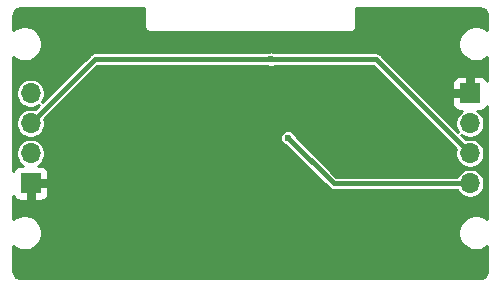
<source format=gbr>
%TF.GenerationSoftware,KiCad,Pcbnew,(5.1.6)-1*%
%TF.CreationDate,2020-09-29T08:48:28+08:00*%
%TF.ProjectId,Crenshaw,4372656e-7368-4617-972e-6b696361645f,rev?*%
%TF.SameCoordinates,Original*%
%TF.FileFunction,Copper,L2,Bot*%
%TF.FilePolarity,Positive*%
%FSLAX46Y46*%
G04 Gerber Fmt 4.6, Leading zero omitted, Abs format (unit mm)*
G04 Created by KiCad (PCBNEW (5.1.6)-1) date 2020-09-29 08:48:28*
%MOMM*%
%LPD*%
G01*
G04 APERTURE LIST*
%TA.AperFunction,ComponentPad*%
%ADD10O,1.700000X1.700000*%
%TD*%
%TA.AperFunction,ComponentPad*%
%ADD11R,1.700000X1.700000*%
%TD*%
%TA.AperFunction,ViaPad*%
%ADD12C,0.600000*%
%TD*%
%TA.AperFunction,Conductor*%
%ADD13C,0.800000*%
%TD*%
%TA.AperFunction,Conductor*%
%ADD14C,0.250000*%
%TD*%
%TA.AperFunction,Conductor*%
%ADD15C,0.400000*%
%TD*%
%TA.AperFunction,Conductor*%
%ADD16C,0.254000*%
%TD*%
G04 APERTURE END LIST*
D10*
%TO.P,J3,4*%
%TO.N,SDA*%
X200600000Y-115060000D03*
%TO.P,J3,3*%
%TO.N,SCL*%
X200600000Y-112520000D03*
%TO.P,J3,2*%
%TO.N,Net-(D1-Pad2)*%
X200600000Y-109980000D03*
D11*
%TO.P,J3,1*%
%TO.N,GND*%
X200600000Y-107440000D03*
%TD*%
D10*
%TO.P,J2,4*%
%TO.N,SDA*%
X163400000Y-107440000D03*
%TO.P,J2,3*%
%TO.N,SCL*%
X163400000Y-109980000D03*
%TO.P,J2,2*%
%TO.N,Net-(D1-Pad2)*%
X163400000Y-112520000D03*
D11*
%TO.P,J2,1*%
%TO.N,GND*%
X163400000Y-115060000D03*
%TD*%
D12*
%TO.N,GND*%
X176250000Y-113800000D03*
X177250000Y-119800000D03*
X196100000Y-104150000D03*
X167650000Y-107600000D03*
X165950000Y-102000000D03*
X183150000Y-114450000D03*
X165200000Y-120200000D03*
X168000000Y-112000000D03*
X188350000Y-111550000D03*
X197150000Y-113750000D03*
X184300000Y-120900000D03*
X191850000Y-118450000D03*
X198700000Y-120600000D03*
X198600000Y-101750000D03*
X180950000Y-102800000D03*
X171600000Y-119650000D03*
X183000000Y-108600000D03*
X190400000Y-103150000D03*
X188850000Y-116100000D03*
X191900000Y-121000000D03*
X169450000Y-121700000D03*
X171000000Y-101850000D03*
X187550000Y-103000000D03*
X178100000Y-116300000D03*
X171600000Y-116350000D03*
%TO.N,SDA*%
X185200000Y-111200000D03*
%TO.N,SCL*%
X183750000Y-104550000D03*
%TD*%
D13*
%TO.N,GND*%
X200600000Y-107440000D02*
X197990000Y-107440000D01*
X163400000Y-115060000D02*
X165990000Y-115060000D01*
X163400000Y-115060000D02*
X163400000Y-117500000D01*
X200600000Y-107440000D02*
X200600000Y-105250000D01*
D14*
%TO.N,SDA*%
X200600000Y-115060000D02*
X190060000Y-115060000D01*
D15*
X189060000Y-115060000D02*
X200600000Y-115060000D01*
X185200000Y-111200000D02*
X189060000Y-115060000D01*
%TO.N,SCL*%
X192630000Y-104550000D02*
X200600000Y-112520000D01*
X183750000Y-104550000D02*
X192630000Y-104550000D01*
X168830000Y-104550000D02*
X163400000Y-109980000D01*
X183750000Y-104550000D02*
X168830000Y-104550000D01*
%TD*%
D16*
%TO.N,GND*%
G36*
X173048000Y-101777795D02*
G01*
X173045813Y-101800000D01*
X173054540Y-101888607D01*
X173080386Y-101973810D01*
X173122357Y-102052333D01*
X173178841Y-102121159D01*
X173247667Y-102177643D01*
X173326190Y-102219614D01*
X173411393Y-102245460D01*
X173500000Y-102254187D01*
X173522205Y-102252000D01*
X190477795Y-102252000D01*
X190500000Y-102254187D01*
X190522205Y-102252000D01*
X190588607Y-102245460D01*
X190673810Y-102219614D01*
X190752333Y-102177643D01*
X190821159Y-102121159D01*
X190877643Y-102052333D01*
X190919614Y-101973810D01*
X190945460Y-101888607D01*
X190954187Y-101800000D01*
X190952000Y-101777795D01*
X190952000Y-100252000D01*
X201477891Y-100252000D01*
X201606022Y-100264563D01*
X201707999Y-100295353D01*
X201802061Y-100345366D01*
X201884613Y-100412694D01*
X201952515Y-100494774D01*
X202003182Y-100588481D01*
X202034684Y-100690245D01*
X202048000Y-100816938D01*
X202048000Y-102109204D01*
X202041533Y-102102737D01*
X201799622Y-101941097D01*
X201530825Y-101829758D01*
X201245472Y-101772998D01*
X200954528Y-101772998D01*
X200669175Y-101829758D01*
X200400378Y-101941097D01*
X200158467Y-102102737D01*
X199952739Y-102308465D01*
X199791099Y-102550376D01*
X199679760Y-102819173D01*
X199623000Y-103104526D01*
X199623000Y-103395470D01*
X199679760Y-103680823D01*
X199791099Y-103949620D01*
X199952739Y-104191531D01*
X200158467Y-104397259D01*
X200400378Y-104558899D01*
X200669175Y-104670238D01*
X200954528Y-104726998D01*
X201245472Y-104726998D01*
X201530825Y-104670238D01*
X201799622Y-104558899D01*
X202041533Y-104397259D01*
X202048000Y-104390792D01*
X202048000Y-106373835D01*
X202039502Y-106345820D01*
X201980537Y-106235506D01*
X201901185Y-106138815D01*
X201804494Y-106059463D01*
X201694180Y-106000498D01*
X201574482Y-105964188D01*
X201450000Y-105951928D01*
X200885750Y-105955000D01*
X200727000Y-106113750D01*
X200727000Y-107313000D01*
X200747000Y-107313000D01*
X200747000Y-107567000D01*
X200727000Y-107567000D01*
X200727000Y-107587000D01*
X200473000Y-107587000D01*
X200473000Y-107567000D01*
X199273750Y-107567000D01*
X199115000Y-107725750D01*
X199111928Y-108290000D01*
X199124188Y-108414482D01*
X199160498Y-108534180D01*
X199219463Y-108644494D01*
X199298815Y-108741185D01*
X199395506Y-108820537D01*
X199505820Y-108879502D01*
X199625518Y-108915812D01*
X199750000Y-108928072D01*
X199967553Y-108926888D01*
X199817833Y-109026927D01*
X199646927Y-109197833D01*
X199512647Y-109398798D01*
X199420153Y-109622097D01*
X199373000Y-109859151D01*
X199373000Y-110100849D01*
X199420153Y-110337903D01*
X199512647Y-110561202D01*
X199624290Y-110728288D01*
X195486002Y-106590000D01*
X199111928Y-106590000D01*
X199115000Y-107154250D01*
X199273750Y-107313000D01*
X200473000Y-107313000D01*
X200473000Y-106113750D01*
X200314250Y-105955000D01*
X199750000Y-105951928D01*
X199625518Y-105964188D01*
X199505820Y-106000498D01*
X199395506Y-106059463D01*
X199298815Y-106138815D01*
X199219463Y-106235506D01*
X199160498Y-106345820D01*
X199124188Y-106465518D01*
X199111928Y-106590000D01*
X195486002Y-106590000D01*
X193058039Y-104162038D01*
X193039974Y-104140026D01*
X192952115Y-104067921D01*
X192851876Y-104014343D01*
X192787770Y-103994897D01*
X192743111Y-103981349D01*
X192688045Y-103975926D01*
X192658336Y-103973000D01*
X192658331Y-103973000D01*
X192630000Y-103970210D01*
X192601669Y-103973000D01*
X184105027Y-103973000D01*
X184070680Y-103950050D01*
X183947474Y-103899016D01*
X183816679Y-103873000D01*
X183683321Y-103873000D01*
X183552526Y-103899016D01*
X183429320Y-103950050D01*
X183394973Y-103973000D01*
X168858339Y-103973000D01*
X168830000Y-103970209D01*
X168716888Y-103981349D01*
X168652782Y-104000796D01*
X168608124Y-104014343D01*
X168507885Y-104067921D01*
X168420026Y-104140026D01*
X168401961Y-104162038D01*
X164375708Y-108188291D01*
X164487353Y-108021202D01*
X164579847Y-107797903D01*
X164627000Y-107560849D01*
X164627000Y-107319151D01*
X164579847Y-107082097D01*
X164487353Y-106858798D01*
X164353073Y-106657833D01*
X164182167Y-106486927D01*
X163981202Y-106352647D01*
X163757903Y-106260153D01*
X163520849Y-106213000D01*
X163279151Y-106213000D01*
X163042097Y-106260153D01*
X162818798Y-106352647D01*
X162617833Y-106486927D01*
X162446927Y-106657833D01*
X162312647Y-106858798D01*
X162220153Y-107082097D01*
X162173000Y-107319151D01*
X162173000Y-107560849D01*
X162220153Y-107797903D01*
X162312647Y-108021202D01*
X162446927Y-108222167D01*
X162617833Y-108393073D01*
X162818798Y-108527353D01*
X163042097Y-108619847D01*
X163279151Y-108667000D01*
X163520849Y-108667000D01*
X163757903Y-108619847D01*
X163981202Y-108527353D01*
X164148291Y-108415708D01*
X163762105Y-108801894D01*
X163757903Y-108800153D01*
X163520849Y-108753000D01*
X163279151Y-108753000D01*
X163042097Y-108800153D01*
X162818798Y-108892647D01*
X162617833Y-109026927D01*
X162446927Y-109197833D01*
X162312647Y-109398798D01*
X162220153Y-109622097D01*
X162173000Y-109859151D01*
X162173000Y-110100849D01*
X162220153Y-110337903D01*
X162312647Y-110561202D01*
X162446927Y-110762167D01*
X162617833Y-110933073D01*
X162818798Y-111067353D01*
X163042097Y-111159847D01*
X163279151Y-111207000D01*
X163520849Y-111207000D01*
X163757903Y-111159847D01*
X163821942Y-111133321D01*
X184523000Y-111133321D01*
X184523000Y-111266679D01*
X184549016Y-111397474D01*
X184600050Y-111520680D01*
X184674140Y-111631563D01*
X184768437Y-111725860D01*
X184879320Y-111799950D01*
X185002526Y-111850984D01*
X185043042Y-111859043D01*
X188631961Y-115447962D01*
X188650026Y-115469974D01*
X188737885Y-115542079D01*
X188838124Y-115595657D01*
X188946888Y-115628650D01*
X189031664Y-115637000D01*
X189031670Y-115637000D01*
X189059999Y-115639790D01*
X189088328Y-115637000D01*
X199510906Y-115637000D01*
X199512647Y-115641202D01*
X199646927Y-115842167D01*
X199817833Y-116013073D01*
X200018798Y-116147353D01*
X200242097Y-116239847D01*
X200479151Y-116287000D01*
X200720849Y-116287000D01*
X200957903Y-116239847D01*
X201181202Y-116147353D01*
X201382167Y-116013073D01*
X201553073Y-115842167D01*
X201687353Y-115641202D01*
X201779847Y-115417903D01*
X201827000Y-115180849D01*
X201827000Y-114939151D01*
X201779847Y-114702097D01*
X201687353Y-114478798D01*
X201553073Y-114277833D01*
X201382167Y-114106927D01*
X201181202Y-113972647D01*
X200957903Y-113880153D01*
X200720849Y-113833000D01*
X200479151Y-113833000D01*
X200242097Y-113880153D01*
X200018798Y-113972647D01*
X199817833Y-114106927D01*
X199646927Y-114277833D01*
X199512647Y-114478798D01*
X199510906Y-114483000D01*
X189299001Y-114483000D01*
X185859043Y-111043042D01*
X185850984Y-111002526D01*
X185799950Y-110879320D01*
X185725860Y-110768437D01*
X185631563Y-110674140D01*
X185520680Y-110600050D01*
X185397474Y-110549016D01*
X185266679Y-110523000D01*
X185133321Y-110523000D01*
X185002526Y-110549016D01*
X184879320Y-110600050D01*
X184768437Y-110674140D01*
X184674140Y-110768437D01*
X184600050Y-110879320D01*
X184549016Y-111002526D01*
X184523000Y-111133321D01*
X163821942Y-111133321D01*
X163981202Y-111067353D01*
X164182167Y-110933073D01*
X164353073Y-110762167D01*
X164487353Y-110561202D01*
X164579847Y-110337903D01*
X164627000Y-110100849D01*
X164627000Y-109859151D01*
X164579847Y-109622097D01*
X164578106Y-109617895D01*
X169069001Y-105127000D01*
X183394973Y-105127000D01*
X183429320Y-105149950D01*
X183552526Y-105200984D01*
X183683321Y-105227000D01*
X183816679Y-105227000D01*
X183947474Y-105200984D01*
X184070680Y-105149950D01*
X184105027Y-105127000D01*
X192390999Y-105127000D01*
X199421893Y-112157895D01*
X199420153Y-112162097D01*
X199373000Y-112399151D01*
X199373000Y-112640849D01*
X199420153Y-112877903D01*
X199512647Y-113101202D01*
X199646927Y-113302167D01*
X199817833Y-113473073D01*
X200018798Y-113607353D01*
X200242097Y-113699847D01*
X200479151Y-113747000D01*
X200720849Y-113747000D01*
X200957903Y-113699847D01*
X201181202Y-113607353D01*
X201382167Y-113473073D01*
X201553073Y-113302167D01*
X201687353Y-113101202D01*
X201779847Y-112877903D01*
X201827000Y-112640849D01*
X201827000Y-112399151D01*
X201779847Y-112162097D01*
X201687353Y-111938798D01*
X201553073Y-111737833D01*
X201382167Y-111566927D01*
X201181202Y-111432647D01*
X200957903Y-111340153D01*
X200720849Y-111293000D01*
X200479151Y-111293000D01*
X200242097Y-111340153D01*
X200237895Y-111341893D01*
X199851712Y-110955710D01*
X200018798Y-111067353D01*
X200242097Y-111159847D01*
X200479151Y-111207000D01*
X200720849Y-111207000D01*
X200957903Y-111159847D01*
X201181202Y-111067353D01*
X201382167Y-110933073D01*
X201553073Y-110762167D01*
X201687353Y-110561202D01*
X201779847Y-110337903D01*
X201827000Y-110100849D01*
X201827000Y-109859151D01*
X201779847Y-109622097D01*
X201687353Y-109398798D01*
X201553073Y-109197833D01*
X201382167Y-109026927D01*
X201232447Y-108926888D01*
X201450000Y-108928072D01*
X201574482Y-108915812D01*
X201694180Y-108879502D01*
X201804494Y-108820537D01*
X201901185Y-108741185D01*
X201980537Y-108644494D01*
X202039502Y-108534180D01*
X202048000Y-108506165D01*
X202048001Y-118109209D01*
X202041533Y-118102741D01*
X201799622Y-117941101D01*
X201530825Y-117829762D01*
X201245472Y-117773002D01*
X200954528Y-117773002D01*
X200669175Y-117829762D01*
X200400378Y-117941101D01*
X200158467Y-118102741D01*
X199952739Y-118308469D01*
X199791099Y-118550380D01*
X199679760Y-118819177D01*
X199623000Y-119104530D01*
X199623000Y-119395474D01*
X199679760Y-119680827D01*
X199791099Y-119949624D01*
X199952739Y-120191535D01*
X200158467Y-120397263D01*
X200400378Y-120558903D01*
X200669175Y-120670242D01*
X200954528Y-120727002D01*
X201245472Y-120727002D01*
X201530825Y-120670242D01*
X201799622Y-120558903D01*
X202041533Y-120397263D01*
X202048001Y-120390795D01*
X202048001Y-122477881D01*
X202035436Y-122606023D01*
X202004648Y-122707999D01*
X201954634Y-122802061D01*
X201887307Y-122884612D01*
X201805227Y-122952515D01*
X201711520Y-123003182D01*
X201609755Y-123034684D01*
X201483062Y-123048000D01*
X162522109Y-123048000D01*
X162393977Y-123035436D01*
X162292001Y-123004648D01*
X162197939Y-122954634D01*
X162115388Y-122887307D01*
X162047485Y-122805227D01*
X161996818Y-122711520D01*
X161965316Y-122609755D01*
X161952000Y-122483062D01*
X161952000Y-120390794D01*
X161958468Y-120397262D01*
X162200379Y-120558902D01*
X162469176Y-120670241D01*
X162754529Y-120727001D01*
X163045473Y-120727001D01*
X163330826Y-120670241D01*
X163599623Y-120558902D01*
X163841534Y-120397262D01*
X164047262Y-120191534D01*
X164208902Y-119949623D01*
X164320241Y-119680826D01*
X164377001Y-119395473D01*
X164377001Y-119104529D01*
X164320241Y-118819176D01*
X164208902Y-118550379D01*
X164047262Y-118308468D01*
X163841534Y-118102740D01*
X163599623Y-117941100D01*
X163330826Y-117829761D01*
X163045473Y-117773001D01*
X162754529Y-117773001D01*
X162469176Y-117829761D01*
X162200379Y-117941100D01*
X161958468Y-118102740D01*
X161952000Y-118109208D01*
X161952000Y-116126166D01*
X161960498Y-116154180D01*
X162019463Y-116264494D01*
X162098815Y-116361185D01*
X162195506Y-116440537D01*
X162305820Y-116499502D01*
X162425518Y-116535812D01*
X162550000Y-116548072D01*
X163114250Y-116545000D01*
X163273000Y-116386250D01*
X163273000Y-115187000D01*
X163527000Y-115187000D01*
X163527000Y-116386250D01*
X163685750Y-116545000D01*
X164250000Y-116548072D01*
X164374482Y-116535812D01*
X164494180Y-116499502D01*
X164604494Y-116440537D01*
X164701185Y-116361185D01*
X164780537Y-116264494D01*
X164839502Y-116154180D01*
X164875812Y-116034482D01*
X164888072Y-115910000D01*
X164885000Y-115345750D01*
X164726250Y-115187000D01*
X163527000Y-115187000D01*
X163273000Y-115187000D01*
X163253000Y-115187000D01*
X163253000Y-114933000D01*
X163273000Y-114933000D01*
X163273000Y-114913000D01*
X163527000Y-114913000D01*
X163527000Y-114933000D01*
X164726250Y-114933000D01*
X164885000Y-114774250D01*
X164888072Y-114210000D01*
X164875812Y-114085518D01*
X164839502Y-113965820D01*
X164780537Y-113855506D01*
X164701185Y-113758815D01*
X164604494Y-113679463D01*
X164494180Y-113620498D01*
X164374482Y-113584188D01*
X164250000Y-113571928D01*
X164032447Y-113573112D01*
X164182167Y-113473073D01*
X164353073Y-113302167D01*
X164487353Y-113101202D01*
X164579847Y-112877903D01*
X164627000Y-112640849D01*
X164627000Y-112399151D01*
X164579847Y-112162097D01*
X164487353Y-111938798D01*
X164353073Y-111737833D01*
X164182167Y-111566927D01*
X163981202Y-111432647D01*
X163757903Y-111340153D01*
X163520849Y-111293000D01*
X163279151Y-111293000D01*
X163042097Y-111340153D01*
X162818798Y-111432647D01*
X162617833Y-111566927D01*
X162446927Y-111737833D01*
X162312647Y-111938798D01*
X162220153Y-112162097D01*
X162173000Y-112399151D01*
X162173000Y-112640849D01*
X162220153Y-112877903D01*
X162312647Y-113101202D01*
X162446927Y-113302167D01*
X162617833Y-113473073D01*
X162767553Y-113573112D01*
X162550000Y-113571928D01*
X162425518Y-113584188D01*
X162305820Y-113620498D01*
X162195506Y-113679463D01*
X162098815Y-113758815D01*
X162019463Y-113855506D01*
X161960498Y-113965820D01*
X161952000Y-113993834D01*
X161952000Y-104390792D01*
X161958468Y-104397260D01*
X162200379Y-104558900D01*
X162469176Y-104670239D01*
X162754529Y-104726999D01*
X163045473Y-104726999D01*
X163330826Y-104670239D01*
X163599623Y-104558900D01*
X163841534Y-104397260D01*
X164047262Y-104191532D01*
X164208902Y-103949621D01*
X164320241Y-103680824D01*
X164377001Y-103395471D01*
X164377001Y-103104527D01*
X164320241Y-102819174D01*
X164208902Y-102550377D01*
X164047262Y-102308466D01*
X163841534Y-102102738D01*
X163599623Y-101941098D01*
X163330826Y-101829759D01*
X163045473Y-101772999D01*
X162754529Y-101772999D01*
X162469176Y-101829759D01*
X162200379Y-101941098D01*
X161958468Y-102102738D01*
X161952000Y-102109206D01*
X161952000Y-100822109D01*
X161964563Y-100693978D01*
X161995353Y-100592001D01*
X162045366Y-100497939D01*
X162112694Y-100415387D01*
X162194774Y-100347485D01*
X162288481Y-100296818D01*
X162390245Y-100265316D01*
X162516938Y-100252000D01*
X173048001Y-100252000D01*
X173048000Y-101777795D01*
G37*
X173048000Y-101777795D02*
X173045813Y-101800000D01*
X173054540Y-101888607D01*
X173080386Y-101973810D01*
X173122357Y-102052333D01*
X173178841Y-102121159D01*
X173247667Y-102177643D01*
X173326190Y-102219614D01*
X173411393Y-102245460D01*
X173500000Y-102254187D01*
X173522205Y-102252000D01*
X190477795Y-102252000D01*
X190500000Y-102254187D01*
X190522205Y-102252000D01*
X190588607Y-102245460D01*
X190673810Y-102219614D01*
X190752333Y-102177643D01*
X190821159Y-102121159D01*
X190877643Y-102052333D01*
X190919614Y-101973810D01*
X190945460Y-101888607D01*
X190954187Y-101800000D01*
X190952000Y-101777795D01*
X190952000Y-100252000D01*
X201477891Y-100252000D01*
X201606022Y-100264563D01*
X201707999Y-100295353D01*
X201802061Y-100345366D01*
X201884613Y-100412694D01*
X201952515Y-100494774D01*
X202003182Y-100588481D01*
X202034684Y-100690245D01*
X202048000Y-100816938D01*
X202048000Y-102109204D01*
X202041533Y-102102737D01*
X201799622Y-101941097D01*
X201530825Y-101829758D01*
X201245472Y-101772998D01*
X200954528Y-101772998D01*
X200669175Y-101829758D01*
X200400378Y-101941097D01*
X200158467Y-102102737D01*
X199952739Y-102308465D01*
X199791099Y-102550376D01*
X199679760Y-102819173D01*
X199623000Y-103104526D01*
X199623000Y-103395470D01*
X199679760Y-103680823D01*
X199791099Y-103949620D01*
X199952739Y-104191531D01*
X200158467Y-104397259D01*
X200400378Y-104558899D01*
X200669175Y-104670238D01*
X200954528Y-104726998D01*
X201245472Y-104726998D01*
X201530825Y-104670238D01*
X201799622Y-104558899D01*
X202041533Y-104397259D01*
X202048000Y-104390792D01*
X202048000Y-106373835D01*
X202039502Y-106345820D01*
X201980537Y-106235506D01*
X201901185Y-106138815D01*
X201804494Y-106059463D01*
X201694180Y-106000498D01*
X201574482Y-105964188D01*
X201450000Y-105951928D01*
X200885750Y-105955000D01*
X200727000Y-106113750D01*
X200727000Y-107313000D01*
X200747000Y-107313000D01*
X200747000Y-107567000D01*
X200727000Y-107567000D01*
X200727000Y-107587000D01*
X200473000Y-107587000D01*
X200473000Y-107567000D01*
X199273750Y-107567000D01*
X199115000Y-107725750D01*
X199111928Y-108290000D01*
X199124188Y-108414482D01*
X199160498Y-108534180D01*
X199219463Y-108644494D01*
X199298815Y-108741185D01*
X199395506Y-108820537D01*
X199505820Y-108879502D01*
X199625518Y-108915812D01*
X199750000Y-108928072D01*
X199967553Y-108926888D01*
X199817833Y-109026927D01*
X199646927Y-109197833D01*
X199512647Y-109398798D01*
X199420153Y-109622097D01*
X199373000Y-109859151D01*
X199373000Y-110100849D01*
X199420153Y-110337903D01*
X199512647Y-110561202D01*
X199624290Y-110728288D01*
X195486002Y-106590000D01*
X199111928Y-106590000D01*
X199115000Y-107154250D01*
X199273750Y-107313000D01*
X200473000Y-107313000D01*
X200473000Y-106113750D01*
X200314250Y-105955000D01*
X199750000Y-105951928D01*
X199625518Y-105964188D01*
X199505820Y-106000498D01*
X199395506Y-106059463D01*
X199298815Y-106138815D01*
X199219463Y-106235506D01*
X199160498Y-106345820D01*
X199124188Y-106465518D01*
X199111928Y-106590000D01*
X195486002Y-106590000D01*
X193058039Y-104162038D01*
X193039974Y-104140026D01*
X192952115Y-104067921D01*
X192851876Y-104014343D01*
X192787770Y-103994897D01*
X192743111Y-103981349D01*
X192688045Y-103975926D01*
X192658336Y-103973000D01*
X192658331Y-103973000D01*
X192630000Y-103970210D01*
X192601669Y-103973000D01*
X184105027Y-103973000D01*
X184070680Y-103950050D01*
X183947474Y-103899016D01*
X183816679Y-103873000D01*
X183683321Y-103873000D01*
X183552526Y-103899016D01*
X183429320Y-103950050D01*
X183394973Y-103973000D01*
X168858339Y-103973000D01*
X168830000Y-103970209D01*
X168716888Y-103981349D01*
X168652782Y-104000796D01*
X168608124Y-104014343D01*
X168507885Y-104067921D01*
X168420026Y-104140026D01*
X168401961Y-104162038D01*
X164375708Y-108188291D01*
X164487353Y-108021202D01*
X164579847Y-107797903D01*
X164627000Y-107560849D01*
X164627000Y-107319151D01*
X164579847Y-107082097D01*
X164487353Y-106858798D01*
X164353073Y-106657833D01*
X164182167Y-106486927D01*
X163981202Y-106352647D01*
X163757903Y-106260153D01*
X163520849Y-106213000D01*
X163279151Y-106213000D01*
X163042097Y-106260153D01*
X162818798Y-106352647D01*
X162617833Y-106486927D01*
X162446927Y-106657833D01*
X162312647Y-106858798D01*
X162220153Y-107082097D01*
X162173000Y-107319151D01*
X162173000Y-107560849D01*
X162220153Y-107797903D01*
X162312647Y-108021202D01*
X162446927Y-108222167D01*
X162617833Y-108393073D01*
X162818798Y-108527353D01*
X163042097Y-108619847D01*
X163279151Y-108667000D01*
X163520849Y-108667000D01*
X163757903Y-108619847D01*
X163981202Y-108527353D01*
X164148291Y-108415708D01*
X163762105Y-108801894D01*
X163757903Y-108800153D01*
X163520849Y-108753000D01*
X163279151Y-108753000D01*
X163042097Y-108800153D01*
X162818798Y-108892647D01*
X162617833Y-109026927D01*
X162446927Y-109197833D01*
X162312647Y-109398798D01*
X162220153Y-109622097D01*
X162173000Y-109859151D01*
X162173000Y-110100849D01*
X162220153Y-110337903D01*
X162312647Y-110561202D01*
X162446927Y-110762167D01*
X162617833Y-110933073D01*
X162818798Y-111067353D01*
X163042097Y-111159847D01*
X163279151Y-111207000D01*
X163520849Y-111207000D01*
X163757903Y-111159847D01*
X163821942Y-111133321D01*
X184523000Y-111133321D01*
X184523000Y-111266679D01*
X184549016Y-111397474D01*
X184600050Y-111520680D01*
X184674140Y-111631563D01*
X184768437Y-111725860D01*
X184879320Y-111799950D01*
X185002526Y-111850984D01*
X185043042Y-111859043D01*
X188631961Y-115447962D01*
X188650026Y-115469974D01*
X188737885Y-115542079D01*
X188838124Y-115595657D01*
X188946888Y-115628650D01*
X189031664Y-115637000D01*
X189031670Y-115637000D01*
X189059999Y-115639790D01*
X189088328Y-115637000D01*
X199510906Y-115637000D01*
X199512647Y-115641202D01*
X199646927Y-115842167D01*
X199817833Y-116013073D01*
X200018798Y-116147353D01*
X200242097Y-116239847D01*
X200479151Y-116287000D01*
X200720849Y-116287000D01*
X200957903Y-116239847D01*
X201181202Y-116147353D01*
X201382167Y-116013073D01*
X201553073Y-115842167D01*
X201687353Y-115641202D01*
X201779847Y-115417903D01*
X201827000Y-115180849D01*
X201827000Y-114939151D01*
X201779847Y-114702097D01*
X201687353Y-114478798D01*
X201553073Y-114277833D01*
X201382167Y-114106927D01*
X201181202Y-113972647D01*
X200957903Y-113880153D01*
X200720849Y-113833000D01*
X200479151Y-113833000D01*
X200242097Y-113880153D01*
X200018798Y-113972647D01*
X199817833Y-114106927D01*
X199646927Y-114277833D01*
X199512647Y-114478798D01*
X199510906Y-114483000D01*
X189299001Y-114483000D01*
X185859043Y-111043042D01*
X185850984Y-111002526D01*
X185799950Y-110879320D01*
X185725860Y-110768437D01*
X185631563Y-110674140D01*
X185520680Y-110600050D01*
X185397474Y-110549016D01*
X185266679Y-110523000D01*
X185133321Y-110523000D01*
X185002526Y-110549016D01*
X184879320Y-110600050D01*
X184768437Y-110674140D01*
X184674140Y-110768437D01*
X184600050Y-110879320D01*
X184549016Y-111002526D01*
X184523000Y-111133321D01*
X163821942Y-111133321D01*
X163981202Y-111067353D01*
X164182167Y-110933073D01*
X164353073Y-110762167D01*
X164487353Y-110561202D01*
X164579847Y-110337903D01*
X164627000Y-110100849D01*
X164627000Y-109859151D01*
X164579847Y-109622097D01*
X164578106Y-109617895D01*
X169069001Y-105127000D01*
X183394973Y-105127000D01*
X183429320Y-105149950D01*
X183552526Y-105200984D01*
X183683321Y-105227000D01*
X183816679Y-105227000D01*
X183947474Y-105200984D01*
X184070680Y-105149950D01*
X184105027Y-105127000D01*
X192390999Y-105127000D01*
X199421893Y-112157895D01*
X199420153Y-112162097D01*
X199373000Y-112399151D01*
X199373000Y-112640849D01*
X199420153Y-112877903D01*
X199512647Y-113101202D01*
X199646927Y-113302167D01*
X199817833Y-113473073D01*
X200018798Y-113607353D01*
X200242097Y-113699847D01*
X200479151Y-113747000D01*
X200720849Y-113747000D01*
X200957903Y-113699847D01*
X201181202Y-113607353D01*
X201382167Y-113473073D01*
X201553073Y-113302167D01*
X201687353Y-113101202D01*
X201779847Y-112877903D01*
X201827000Y-112640849D01*
X201827000Y-112399151D01*
X201779847Y-112162097D01*
X201687353Y-111938798D01*
X201553073Y-111737833D01*
X201382167Y-111566927D01*
X201181202Y-111432647D01*
X200957903Y-111340153D01*
X200720849Y-111293000D01*
X200479151Y-111293000D01*
X200242097Y-111340153D01*
X200237895Y-111341893D01*
X199851712Y-110955710D01*
X200018798Y-111067353D01*
X200242097Y-111159847D01*
X200479151Y-111207000D01*
X200720849Y-111207000D01*
X200957903Y-111159847D01*
X201181202Y-111067353D01*
X201382167Y-110933073D01*
X201553073Y-110762167D01*
X201687353Y-110561202D01*
X201779847Y-110337903D01*
X201827000Y-110100849D01*
X201827000Y-109859151D01*
X201779847Y-109622097D01*
X201687353Y-109398798D01*
X201553073Y-109197833D01*
X201382167Y-109026927D01*
X201232447Y-108926888D01*
X201450000Y-108928072D01*
X201574482Y-108915812D01*
X201694180Y-108879502D01*
X201804494Y-108820537D01*
X201901185Y-108741185D01*
X201980537Y-108644494D01*
X202039502Y-108534180D01*
X202048000Y-108506165D01*
X202048001Y-118109209D01*
X202041533Y-118102741D01*
X201799622Y-117941101D01*
X201530825Y-117829762D01*
X201245472Y-117773002D01*
X200954528Y-117773002D01*
X200669175Y-117829762D01*
X200400378Y-117941101D01*
X200158467Y-118102741D01*
X199952739Y-118308469D01*
X199791099Y-118550380D01*
X199679760Y-118819177D01*
X199623000Y-119104530D01*
X199623000Y-119395474D01*
X199679760Y-119680827D01*
X199791099Y-119949624D01*
X199952739Y-120191535D01*
X200158467Y-120397263D01*
X200400378Y-120558903D01*
X200669175Y-120670242D01*
X200954528Y-120727002D01*
X201245472Y-120727002D01*
X201530825Y-120670242D01*
X201799622Y-120558903D01*
X202041533Y-120397263D01*
X202048001Y-120390795D01*
X202048001Y-122477881D01*
X202035436Y-122606023D01*
X202004648Y-122707999D01*
X201954634Y-122802061D01*
X201887307Y-122884612D01*
X201805227Y-122952515D01*
X201711520Y-123003182D01*
X201609755Y-123034684D01*
X201483062Y-123048000D01*
X162522109Y-123048000D01*
X162393977Y-123035436D01*
X162292001Y-123004648D01*
X162197939Y-122954634D01*
X162115388Y-122887307D01*
X162047485Y-122805227D01*
X161996818Y-122711520D01*
X161965316Y-122609755D01*
X161952000Y-122483062D01*
X161952000Y-120390794D01*
X161958468Y-120397262D01*
X162200379Y-120558902D01*
X162469176Y-120670241D01*
X162754529Y-120727001D01*
X163045473Y-120727001D01*
X163330826Y-120670241D01*
X163599623Y-120558902D01*
X163841534Y-120397262D01*
X164047262Y-120191534D01*
X164208902Y-119949623D01*
X164320241Y-119680826D01*
X164377001Y-119395473D01*
X164377001Y-119104529D01*
X164320241Y-118819176D01*
X164208902Y-118550379D01*
X164047262Y-118308468D01*
X163841534Y-118102740D01*
X163599623Y-117941100D01*
X163330826Y-117829761D01*
X163045473Y-117773001D01*
X162754529Y-117773001D01*
X162469176Y-117829761D01*
X162200379Y-117941100D01*
X161958468Y-118102740D01*
X161952000Y-118109208D01*
X161952000Y-116126166D01*
X161960498Y-116154180D01*
X162019463Y-116264494D01*
X162098815Y-116361185D01*
X162195506Y-116440537D01*
X162305820Y-116499502D01*
X162425518Y-116535812D01*
X162550000Y-116548072D01*
X163114250Y-116545000D01*
X163273000Y-116386250D01*
X163273000Y-115187000D01*
X163527000Y-115187000D01*
X163527000Y-116386250D01*
X163685750Y-116545000D01*
X164250000Y-116548072D01*
X164374482Y-116535812D01*
X164494180Y-116499502D01*
X164604494Y-116440537D01*
X164701185Y-116361185D01*
X164780537Y-116264494D01*
X164839502Y-116154180D01*
X164875812Y-116034482D01*
X164888072Y-115910000D01*
X164885000Y-115345750D01*
X164726250Y-115187000D01*
X163527000Y-115187000D01*
X163273000Y-115187000D01*
X163253000Y-115187000D01*
X163253000Y-114933000D01*
X163273000Y-114933000D01*
X163273000Y-114913000D01*
X163527000Y-114913000D01*
X163527000Y-114933000D01*
X164726250Y-114933000D01*
X164885000Y-114774250D01*
X164888072Y-114210000D01*
X164875812Y-114085518D01*
X164839502Y-113965820D01*
X164780537Y-113855506D01*
X164701185Y-113758815D01*
X164604494Y-113679463D01*
X164494180Y-113620498D01*
X164374482Y-113584188D01*
X164250000Y-113571928D01*
X164032447Y-113573112D01*
X164182167Y-113473073D01*
X164353073Y-113302167D01*
X164487353Y-113101202D01*
X164579847Y-112877903D01*
X164627000Y-112640849D01*
X164627000Y-112399151D01*
X164579847Y-112162097D01*
X164487353Y-111938798D01*
X164353073Y-111737833D01*
X164182167Y-111566927D01*
X163981202Y-111432647D01*
X163757903Y-111340153D01*
X163520849Y-111293000D01*
X163279151Y-111293000D01*
X163042097Y-111340153D01*
X162818798Y-111432647D01*
X162617833Y-111566927D01*
X162446927Y-111737833D01*
X162312647Y-111938798D01*
X162220153Y-112162097D01*
X162173000Y-112399151D01*
X162173000Y-112640849D01*
X162220153Y-112877903D01*
X162312647Y-113101202D01*
X162446927Y-113302167D01*
X162617833Y-113473073D01*
X162767553Y-113573112D01*
X162550000Y-113571928D01*
X162425518Y-113584188D01*
X162305820Y-113620498D01*
X162195506Y-113679463D01*
X162098815Y-113758815D01*
X162019463Y-113855506D01*
X161960498Y-113965820D01*
X161952000Y-113993834D01*
X161952000Y-104390792D01*
X161958468Y-104397260D01*
X162200379Y-104558900D01*
X162469176Y-104670239D01*
X162754529Y-104726999D01*
X163045473Y-104726999D01*
X163330826Y-104670239D01*
X163599623Y-104558900D01*
X163841534Y-104397260D01*
X164047262Y-104191532D01*
X164208902Y-103949621D01*
X164320241Y-103680824D01*
X164377001Y-103395471D01*
X164377001Y-103104527D01*
X164320241Y-102819174D01*
X164208902Y-102550377D01*
X164047262Y-102308466D01*
X163841534Y-102102738D01*
X163599623Y-101941098D01*
X163330826Y-101829759D01*
X163045473Y-101772999D01*
X162754529Y-101772999D01*
X162469176Y-101829759D01*
X162200379Y-101941098D01*
X161958468Y-102102738D01*
X161952000Y-102109206D01*
X161952000Y-100822109D01*
X161964563Y-100693978D01*
X161995353Y-100592001D01*
X162045366Y-100497939D01*
X162112694Y-100415387D01*
X162194774Y-100347485D01*
X162288481Y-100296818D01*
X162390245Y-100265316D01*
X162516938Y-100252000D01*
X173048001Y-100252000D01*
X173048000Y-101777795D01*
%TD*%
M02*

</source>
